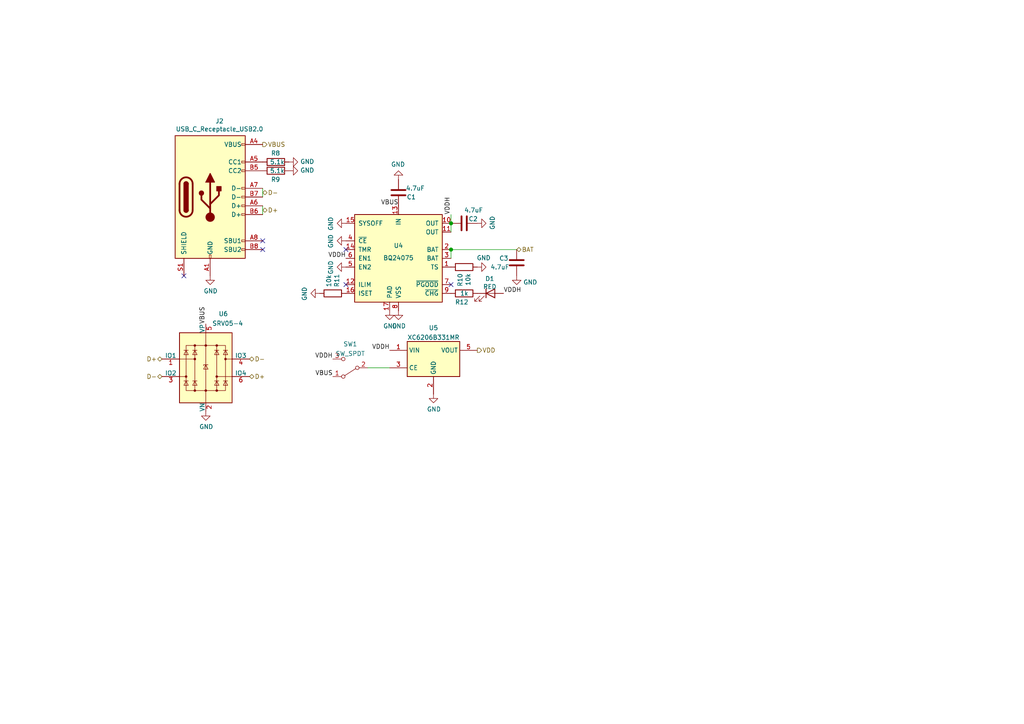
<source format=kicad_sch>
(kicad_sch (version 20210621) (generator eeschema)
  (paper "A4")
  (lib_symbols
    (symbol "Battery_Management:BQ24075" (pin_names (offset 1.016))
      (property "Reference" "U" (at -5.08 15.875 0))
      (property "Value" "BQ24075" (at -5.08 13.97 0))
      (symbol "BQ24075_0_1"
        (rectangle (start -12.7 12.7) (end 12.7 -12.7) (stroke (width 0.254)) (fill (type background)))
      )
      (symbol "BQ24075_1_1"
        (pin passive line (at 15.24 -2.54 180) (length 2.54) (name "TS") (number "1"))
        (pin power_out line (at 15.24 10.16 180) (length 2.54) (name "OUT") (number "10"))
        (pin power_out line (at 15.24 7.62 180) (length 2.54) (name "OUT") (number "11"))
        (pin passive line (at -15.24 -7.62 0) (length 2.54) (name "ILIM") (number "12"))
        (pin power_in line (at 0 15.24 270) (length 2.54) (name "IN") (number "13"))
        (pin input line (at -15.24 2.54 0) (length 2.54) (name "TMR") (number "14"))
        (pin input line (at -15.24 10.16 0) (length 2.54) (name "SYSOFF") (number "15"))
        (pin passive line (at -15.24 -10.16 0) (length 2.54) (name "ISET") (number "16"))
        (pin power_in line (at -2.54 -15.24 90) (length 2.54) (name "PAD") (number "17"))
        (pin power_out line (at 15.24 2.54 180) (length 2.54) (name "BAT") (number "2"))
        (pin power_out line (at 15.24 0 180) (length 2.54) (name "BAT") (number "3"))
        (pin input line (at -15.24 5.08 0) (length 2.54) (name "~{CE}") (number "4"))
        (pin input line (at -15.24 -2.54 0) (length 2.54) (name "EN2") (number "5"))
        (pin input line (at -15.24 0 0) (length 2.54) (name "EN1") (number "6"))
        (pin open_collector line (at 15.24 -7.62 180) (length 2.54) (name "~{PGOOD}") (number "7"))
        (pin power_in line (at 0 -15.24 90) (length 2.54) (name "VSS") (number "8"))
        (pin open_collector line (at 15.24 -10.16 180) (length 2.54) (name "~{CHG}") (number "9"))
      )
    )
    (symbol "Connector:USB_C_Receptacle_USB2.0" (pin_names (offset 1.016))
      (property "Reference" "J" (at -10.16 19.05 0))
      (property "Value" "USB_C_Receptacle_USB2.0" (at 19.05 19.05 0))
      (symbol "USB_C_Receptacle_USB2.0_0_0"
        (rectangle (start -0.254 -17.78) (end 0.254 -16.764))
        (rectangle (start 10.16 -14.986) (end 9.144 -15.494))
        (rectangle (start 10.16 -12.446) (end 9.144 -12.954))
        (rectangle (start 10.16 -4.826) (end 9.144 -5.334))
        (rectangle (start 10.16 -2.286) (end 9.144 -2.794))
        (rectangle (start 10.16 0.254) (end 9.144 -0.254))
        (rectangle (start 10.16 2.794) (end 9.144 2.286))
        (rectangle (start 10.16 7.874) (end 9.144 7.366))
        (rectangle (start 10.16 10.414) (end 9.144 9.906))
        (rectangle (start 10.16 15.494) (end 9.144 14.986))
      )
      (symbol "USB_C_Receptacle_USB2.0_0_1"
        (arc (start -8.89 -3.81) (end -5.08 -3.81) (radius (at -6.985 -3.81) (length 1.905) (angles -179.9 -0.1)) (stroke (width 0.508)))
        (arc (start -7.62 -3.81) (end -6.35 -3.81) (radius (at -6.985 -3.81) (length 0.635) (angles -179.9 -0.1)) (stroke (width 0.254)))
        (arc (start -6.35 3.81) (end -7.62 3.81) (radius (at -6.985 3.81) (length 0.635) (angles 0.1 179.9)) (stroke (width 0.254)))
        (arc (start -5.08 3.81) (end -8.89 3.81) (radius (at -6.985 3.81) (length 1.905) (angles 0.1 179.9)) (stroke (width 0.508)))
        (arc (start -7.62 -3.81) (end -6.35 -3.81) (radius (at -6.985 -3.81) (length 0.635) (angles -179.9 -0.1)) (stroke (width 0.254)) (fill (type outline)))
        (arc (start -6.35 3.81) (end -7.62 3.81) (radius (at -6.985 3.81) (length 0.635) (angles 0.1 179.9)) (stroke (width 0.254)) (fill (type outline)))
        (circle (center -2.54 1.143) (radius 0.635) (stroke (width 0.254)) (fill (type outline)))
        (circle (center 0 -5.842) (radius 1.27) (fill (type outline)))
        (rectangle (start -7.62 -3.81) (end -6.35 3.81) (stroke (width 0.254)) (fill (type outline)))
        (rectangle (start 1.905 1.778) (end 3.175 3.048) (stroke (width 0.254)) (fill (type outline)))
        (rectangle (start -10.16 17.78) (end 10.16 -17.78) (stroke (width 0.254)) (fill (type background)))
        (polyline (pts (xy -8.89 -3.81) (xy -8.89 3.81)) (stroke (width 0.508)))
        (polyline (pts (xy -5.08 3.81) (xy -5.08 -3.81)) (stroke (width 0.508)))
        (polyline (pts (xy 0 -5.842) (xy 0 4.318)) (stroke (width 0.508)))
        (polyline (pts (xy 0 -3.302) (xy -2.54 -0.762) (xy -2.54 0.508)) (stroke (width 0.508)))
        (polyline (pts (xy 0 -2.032) (xy 2.54 0.508) (xy 2.54 1.778)) (stroke (width 0.508)))
        (polyline (pts (xy -1.27 4.318) (xy 0 6.858) (xy 1.27 4.318) (xy -1.27 4.318)) (stroke (width 0.254)) (fill (type outline)))
      )
      (symbol "USB_C_Receptacle_USB2.0_1_1"
        (pin passive line (at 0 -22.86 90) (length 5.08) (name "GND") (number "A1"))
        (pin passive line (at 0 -22.86 90) (length 5.08) hide (name "GND") (number "A12"))
        (pin passive line (at 15.24 15.24 180) (length 5.08) (name "VBUS") (number "A4"))
        (pin bidirectional line (at 15.24 10.16 180) (length 5.08) (name "CC1") (number "A5"))
        (pin bidirectional line (at 15.24 -2.54 180) (length 5.08) (name "D+") (number "A6"))
        (pin bidirectional line (at 15.24 2.54 180) (length 5.08) (name "D-") (number "A7"))
        (pin bidirectional line (at 15.24 -12.7 180) (length 5.08) (name "SBU1") (number "A8"))
        (pin passive line (at 15.24 15.24 180) (length 5.08) hide (name "VBUS") (number "A9"))
        (pin passive line (at 0 -22.86 90) (length 5.08) hide (name "GND") (number "B1"))
        (pin passive line (at 0 -22.86 90) (length 5.08) hide (name "GND") (number "B12"))
        (pin passive line (at 15.24 15.24 180) (length 5.08) hide (name "VBUS") (number "B4"))
        (pin bidirectional line (at 15.24 7.62 180) (length 5.08) (name "CC2") (number "B5"))
        (pin bidirectional line (at 15.24 -5.08 180) (length 5.08) (name "D+") (number "B6"))
        (pin bidirectional line (at 15.24 0 180) (length 5.08) (name "D-") (number "B7"))
        (pin bidirectional line (at 15.24 -15.24 180) (length 5.08) (name "SBU2") (number "B8"))
        (pin passive line (at 15.24 15.24 180) (length 5.08) hide (name "VBUS") (number "B9"))
        (pin passive line (at -7.62 -22.86 90) (length 5.08) (name "SHIELD") (number "S1"))
      )
    )
    (symbol "Device:C" (pin_numbers hide) (pin_names (offset 0.254))
      (property "Reference" "C" (at 0.635 2.54 0))
      (property "Value" "C" (at 0.635 -2.54 0))
      (symbol "C_0_1"
        (polyline (pts (xy -2.032 -0.762) (xy 2.032 -0.762)) (stroke (width 0.508)))
        (polyline (pts (xy -2.032 0.762) (xy 2.032 0.762)) (stroke (width 0.508)))
      )
      (symbol "C_1_1"
        (pin passive line (at 0 3.81 270) (length 2.794) (name "~") (number "1"))
        (pin passive line (at 0 -3.81 90) (length 2.794) (name "~") (number "2"))
      )
    )
    (symbol "Device:LED" (pin_numbers hide) (pin_names (offset 1.016) hide)
      (property "Reference" "D" (at 0 2.54 0))
      (property "Value" "LED" (at 0 -2.54 0))
      (symbol "LED_0_1"
        (polyline (pts (xy -1.27 -1.27) (xy -1.27 1.27)) (stroke (width 0.254)))
        (polyline (pts (xy -1.27 0) (xy 1.27 0)))
        (polyline (pts (xy 1.27 -1.27) (xy 1.27 1.27) (xy -1.27 0) (xy 1.27 -1.27)) (stroke (width 0.254)))
        (polyline (pts (xy -3.048 -0.762) (xy -4.572 -2.286) (xy -3.81 -2.286) (xy -4.572 -2.286) (xy -4.572 -1.524)))
        (polyline (pts (xy -1.778 -0.762) (xy -3.302 -2.286) (xy -2.54 -2.286) (xy -3.302 -2.286) (xy -3.302 -1.524)))
      )
      (symbol "LED_1_1"
        (pin passive line (at -3.81 0 0) (length 2.54) (name "K") (number "1"))
        (pin passive line (at 3.81 0 180) (length 2.54) (name "A") (number "2"))
      )
    )
    (symbol "Device:R" (pin_numbers hide) (pin_names (offset 0))
      (property "Reference" "R" (at 2.032 0 90))
      (property "Value" "R" (at 0 0 90))
      (symbol "R_0_1"
        (rectangle (start -1.016 -2.54) (end 1.016 2.54) (stroke (width 0.254)))
      )
      (symbol "R_1_1"
        (pin passive line (at 0 3.81 270) (length 1.27) (name "~") (number "1"))
        (pin passive line (at 0 -3.81 90) (length 1.27) (name "~") (number "2"))
      )
    )
    (symbol "Power_Protection:SRV05-4" (pin_names (offset 0))
      (property "Reference" "U" (at -5.08 11.43 0))
      (property "Value" "SRV05-4" (at 2.54 11.43 0))
      (symbol "SRV05-4_0_0"
        (rectangle (start -5.715 6.477) (end 5.715 -6.604))
        (polyline (pts (xy -3.175 -6.604) (xy -3.175 6.477)))
        (polyline (pts (xy 3.175 6.477) (xy 3.175 -6.604)))
      )
      (symbol "SRV05-4_0_1"
        (circle (center -5.715 -2.54) (radius 0.2794) (fill (type outline)))
        (circle (center -3.175 -6.604) (radius 0.2794) (fill (type outline)))
        (circle (center -3.175 2.54) (radius 0.2794) (fill (type outline)))
        (circle (center -3.175 6.477) (radius 0.2794) (fill (type outline)))
        (circle (center 0 -6.604) (radius 0.2794) (fill (type outline)))
        (circle (center 0 6.477) (radius 0.2794) (fill (type outline)))
        (circle (center 3.175 -6.604) (radius 0.2794) (fill (type outline)))
        (circle (center 3.175 -2.54) (radius 0.2794) (fill (type outline)))
        (circle (center 3.175 6.477) (radius 0.2794) (fill (type outline)))
        (circle (center 5.715 2.54) (radius 0.2794) (fill (type outline)))
        (rectangle (start -7.62 10.16) (end 7.62 -10.16) (stroke (width 0.254)) (fill (type background)))
        (polyline (pts (xy -7.747 2.54) (xy -3.175 2.54)))
        (polyline (pts (xy -7.62 -2.54) (xy -5.715 -2.54)))
        (polyline (pts (xy -5.08 -3.81) (xy -6.35 -3.81)))
        (polyline (pts (xy -5.08 5.08) (xy -6.35 5.08)))
        (polyline (pts (xy -2.54 -3.81) (xy -3.81 -3.81)))
        (polyline (pts (xy -2.54 5.08) (xy -3.81 5.08)))
        (polyline (pts (xy 0 10.16) (xy 0 -10.16)))
        (polyline (pts (xy 3.81 -3.81) (xy 2.54 -3.81)))
        (polyline (pts (xy 3.81 5.08) (xy 2.54 5.08)))
        (polyline (pts (xy 6.35 -3.81) (xy 5.08 -3.81)))
        (polyline (pts (xy 6.35 5.08) (xy 5.08 5.08)))
        (polyline (pts (xy 7.62 -2.54) (xy 3.175 -2.54)))
        (polyline (pts (xy 7.62 2.54) (xy 5.715 2.54)))
        (polyline (pts (xy 0.635 0.889) (xy -0.635 0.889) (xy -0.635 0.635)))
        (polyline (pts (xy -5.08 -5.08) (xy -6.35 -5.08) (xy -5.715 -3.81) (xy -5.08 -5.08)))
        (polyline (pts (xy -5.08 3.81) (xy -6.35 3.81) (xy -5.715 5.08) (xy -5.08 3.81)))
        (polyline (pts (xy -2.54 -5.08) (xy -3.81 -5.08) (xy -3.175 -3.81) (xy -2.54 -5.08)))
        (polyline (pts (xy -2.54 3.81) (xy -3.81 3.81) (xy -3.175 5.08) (xy -2.54 3.81)))
        (polyline (pts (xy 0.635 -0.381) (xy -0.635 -0.381) (xy 0 0.889) (xy 0.635 -0.381)))
        (polyline (pts (xy 3.81 -5.08) (xy 2.54 -5.08) (xy 3.175 -3.81) (xy 3.81 -5.08)))
        (polyline (pts (xy 3.81 3.81) (xy 2.54 3.81) (xy 3.175 5.08) (xy 3.81 3.81)))
        (polyline (pts (xy 6.35 -5.08) (xy 5.08 -5.08) (xy 5.715 -3.81) (xy 6.35 -5.08)))
        (polyline (pts (xy 6.35 3.81) (xy 5.08 3.81) (xy 5.715 5.08) (xy 6.35 3.81)))
      )
      (symbol "SRV05-4_1_1"
        (pin passive line (at -12.7 2.54 0) (length 5.08) (name "IO1") (number "1"))
        (pin passive line (at 0 -12.7 90) (length 2.54) (name "VN") (number "2"))
        (pin passive line (at -12.7 -2.54 0) (length 5.08) (name "IO2") (number "3"))
        (pin passive line (at 12.7 2.54 180) (length 5.08) (name "IO3") (number "4"))
        (pin passive line (at 0 12.7 270) (length 2.54) (name "VP") (number "5"))
        (pin passive line (at 12.7 -2.54 180) (length 5.08) (name "IO4") (number "6"))
      )
    )
    (symbol "Regulator_Linear:XC6220B331MR"
      (property "Reference" "U" (at 0 8.89 0))
      (property "Value" "XC6220B331MR" (at 0 6.35 0))
      (symbol "XC6220B331MR_0_1"
        (rectangle (start -7.62 5.08) (end 7.62 -5.08) (stroke (width 0.254)) (fill (type background)))
      )
      (symbol "XC6220B331MR_1_1"
        (pin power_in line (at -12.7 2.54 0) (length 5.08) (name "VIN") (number "1"))
        (pin power_in line (at 0 -10.16 90) (length 5.08) (name "GND") (number "2"))
        (pin input line (at -12.7 -2.54 0) (length 5.08) (name "CE") (number "3"))
        (pin no_connect line (at 7.62 -2.54 180) (length 5.08) hide (name "NC") (number "4"))
        (pin power_out line (at 12.7 2.54 180) (length 5.08) (name "VOUT") (number "5"))
      )
    )
    (symbol "Switch:SW_SPDT" (pin_names (offset 0) hide)
      (property "Reference" "SW" (at 0 4.318 0))
      (property "Value" "SW_SPDT" (at 0 -5.08 0))
      (symbol "SW_SPDT_0_0"
        (circle (center -2.032 0) (radius 0.508))
        (circle (center 2.032 -2.54) (radius 0.508))
      )
      (symbol "SW_SPDT_0_1"
        (circle (center 2.032 2.54) (radius 0.508))
        (polyline (pts (xy -1.524 0.254) (xy 1.651 2.286)))
      )
      (symbol "SW_SPDT_1_1"
        (pin passive line (at 5.08 2.54 180) (length 2.54) (name "A") (number "1"))
        (pin passive line (at -5.08 0 0) (length 2.54) (name "B") (number "2"))
        (pin passive line (at 5.08 -2.54 180) (length 2.54) (name "C") (number "3"))
      )
    )
    (symbol "power:GND" (power) (pin_names (offset 0))
      (property "Value" "GND" (at 0 -3.81 0))
      (symbol "GND_0_1"
        (polyline (pts (xy 0 0) (xy 0 -1.27) (xy 1.27 -1.27) (xy 0 -2.54) (xy -1.27 -1.27) (xy 0 -1.27)))
      )
      (symbol "GND_1_1"
        (pin power_in line (at 0 0 270) (length 0) hide (name "GND") (number "1"))
      )
    )
  )
  (junction (at 130.81 64.77) (diameter 1.016))
  (junction (at 130.81 72.39) (diameter 1.016))
  (no_connect (at 53.34 80.01))
  (no_connect (at 76.2 69.85))
  (no_connect (at 76.2 72.39))
  (no_connect (at 100.33 72.39))
  (no_connect (at 100.33 82.55))
  (no_connect (at 130.81 82.55))
  (wire (pts (xy 76.2 54.61) (xy 76.2 57.15)))
  (wire (pts (xy 76.2 59.69) (xy 76.2 62.23)))
  (wire (pts (xy 106.68 106.68) (xy 113.03 106.68)))
  (wire (pts (xy 130.81 62.23) (xy 130.81 64.77)))
  (wire (pts (xy 130.81 64.77) (xy 130.81 67.31)))
  (wire (pts (xy 130.81 72.39) (xy 130.81 74.93)))
  (wire (pts (xy 130.81 72.39) (xy 149.86 72.39)))
  (label "VBUS" (at 59.69 93.98 90))
  (label "VDDH" (at 96.52 104.14 180))
  (label "VBUS" (at 96.52 109.22 180))
  (label "VDDH" (at 100.33 74.93 180))
  (label "VDDH" (at 113.03 101.6 180))
  (label "VBUS" (at 115.57 59.69 180))
  (label "VDDH" (at 130.81 62.23 90))
  (label "VDDH" (at 146.05 85.09 0))
  (hierarchical_label "D+" (shape bidirectional) (at 46.99 104.14 180))
  (hierarchical_label "D-" (shape bidirectional) (at 46.99 109.22 180))
  (hierarchical_label "D-" (shape bidirectional) (at 72.39 104.14 0))
  (hierarchical_label "D+" (shape bidirectional) (at 72.39 109.22 0))
  (hierarchical_label "VBUS" (shape output) (at 76.2 41.91 0))
  (hierarchical_label "D-" (shape bidirectional) (at 76.2 55.88 0))
  (hierarchical_label "D+" (shape bidirectional) (at 76.2 60.96 0))
  (hierarchical_label "VDD" (shape output) (at 138.43 101.6 0))
  (hierarchical_label "BAT" (shape bidirectional) (at 149.86 72.39 0))
  (symbol (lib_id "power:GND") (at 59.69 119.38 0) (unit 1)
    (property "Reference" "#PWR033" (effects hide))
    (property "Value" "GND" (at 59.817 123.7742 0))
  )
  (symbol (lib_id "power:GND") (at 60.96 80.01 0) (unit 1)
    (property "Reference" "#PWR027" (effects hide))
    (property "Value" "GND" (at 61.087 84.4042 0))
  )
  (symbol (lib_id "power:GND") (at 83.82 46.99 90) (unit 1)
    (property "Reference" "#PWR019" (effects hide))
    (property "Value" "GND" (at 87.0712 46.863 90) (effects (justify right)))
  )
  (symbol (lib_id "power:GND") (at 83.82 49.53 90) (unit 1)
    (property "Reference" "#PWR020" (effects hide))
    (property "Value" "GND" (at 87.0712 49.403 90) (effects (justify right)))
  )
  (symbol (lib_id "power:GND") (at 92.71 85.09 270) (unit 1)
    (property "Reference" "#PWR029" (effects hide))
    (property "Value" "GND" (at 88.3158 85.217 0))
  )
  (symbol (lib_id "power:GND") (at 100.33 64.77 270) (unit 1)
    (property "Reference" "#PWR022" (effects hide))
    (property "Value" "GND" (at 95.9358 64.897 0))
  )
  (symbol (lib_id "power:GND") (at 100.33 69.85 270) (unit 1)
    (property "Reference" "#PWR024" (effects hide))
    (property "Value" "GND" (at 95.9358 69.977 0))
  )
  (symbol (lib_id "power:GND") (at 100.33 77.47 270) (unit 1)
    (property "Reference" "#PWR025" (effects hide))
    (property "Value" "GND" (at 95.9358 77.597 0))
  )
  (symbol (lib_id "power:GND") (at 113.03 90.17 0) (unit 1)
    (property "Reference" "#PWR030" (effects hide))
    (property "Value" "GND" (at 113.157 94.5642 0))
  )
  (symbol (lib_id "power:GND") (at 115.57 52.07 180) (unit 1)
    (property "Reference" "#PWR021" (effects hide))
    (property "Value" "GND" (at 115.443 47.6758 0))
  )
  (symbol (lib_id "power:GND") (at 115.57 90.17 0) (unit 1)
    (property "Reference" "#PWR031" (effects hide))
    (property "Value" "GND" (at 115.697 94.5642 0))
  )
  (symbol (lib_id "power:GND") (at 125.73 114.3 0) (unit 1)
    (property "Reference" "#PWR032" (effects hide))
    (property "Value" "GND" (at 125.857 118.6942 0))
  )
  (symbol (lib_id "power:GND") (at 138.43 64.77 90) (unit 1)
    (property "Reference" "#PWR023" (effects hide))
    (property "Value" "GND" (at 142.8242 64.643 0))
  )
  (symbol (lib_id "power:GND") (at 138.43 77.47 90) (unit 1)
    (property "Reference" "#PWR026" (effects hide))
    (property "Value" "GND" (at 140.2842 74.803 90))
  )
  (symbol (lib_id "power:GND") (at 149.86 80.01 0) (unit 1)
    (property "Reference" "#PWR028" (effects hide))
    (property "Value" "GND" (at 153.797 81.8642 0))
  )
  (symbol (lib_id "Device:R") (at 80.01 46.99 270) (unit 1)
    (property "Reference" "R8" (at 81.28 44.45 90) (effects (justify right)))
    (property "Value" "5.1k" (at 82.55 46.99 90) (effects (justify right)))
    (property "Footprint" "Resistor_SMD:R_0603_1608Metric" (effects hide))
  )
  (symbol (lib_id "Device:R") (at 80.01 49.53 270) (unit 1)
    (property "Reference" "R9" (at 81.28 52.07 90) (effects (justify right)))
    (property "Value" "5.1k" (at 82.55 49.53 90) (effects (justify right)))
    (property "Footprint" "Resistor_SMD:R_0603_1608Metric" (effects hide))
  )
  (symbol (lib_id "Device:R") (at 96.52 85.09 270) (mirror x) (unit 1)
    (property "Reference" "R11" (at 97.6884 83.312 0) (effects (justify left)))
    (property "Value" "10k" (at 95.377 83.312 0) (effects (justify left)))
    (property "Footprint" "Resistor_SMD:R_0603_1608Metric" (effects hide))
  )
  (symbol (lib_id "Device:R") (at 134.62 77.47 90) (mirror x) (unit 1)
    (property "Reference" "R10" (at 133.4516 79.248 0) (effects (justify left)))
    (property "Value" "10k" (at 135.763 79.248 0) (effects (justify left)))
    (property "Footprint" "Resistor_SMD:R_0603_1608Metric" (effects hide))
  )
  (symbol (lib_id "Device:R") (at 134.62 85.09 90) (unit 1)
    (property "Reference" "R12" (at 135.89 87.63 90) (effects (justify left)))
    (property "Value" "1k" (at 135.89 85.09 90) (effects (justify left)))
    (property "Footprint" "Resistor_SMD:R_0603_1608Metric" (effects hide))
  )
  (symbol (lib_id "Device:LED") (at 142.24 85.09 0) (unit 1)
    (property "Reference" "D1" (at 142.0622 80.8482 0))
    (property "Value" "RED" (at 142.0622 83.1596 0))
    (property "Footprint" "LED_SMD:LED_0805_2012Metric" (effects hide))
  )
  (symbol (lib_id "Device:C") (at 115.57 55.88 180) (unit 1)
    (property "Reference" "C1" (at 120.65 57.15 0) (effects (justify left)))
    (property "Value" "4.7uF" (at 123.19 54.61 0) (effects (justify left)))
    (property "Footprint" "Capacitor_SMD:C_0603_1608Metric" (effects hide))
  )
  (symbol (lib_id "Device:C") (at 134.62 64.77 270) (unit 1)
    (property "Reference" "C2" (at 135.89 63.5 90) (effects (justify left)))
    (property "Value" "4.7uF" (at 134.62 60.96 90) (effects (justify left)))
    (property "Footprint" "Capacitor_SMD:C_0603_1608Metric" (effects hide))
  )
  (symbol (lib_id "Device:C") (at 149.86 76.2 0) (unit 1)
    (property "Reference" "C3" (at 144.78 74.93 0) (effects (justify left)))
    (property "Value" "4.7uF" (at 142.24 77.47 0) (effects (justify left)))
    (property "Footprint" "Capacitor_SMD:C_0603_1608Metric" (effects hide))
  )
  (symbol (lib_id "Switch:SW_SPDT") (at 101.6 106.68 180) (unit 1)
    (property "Reference" "SW1" (at 101.6 99.7924 0))
    (property "Value" "SW_SPDT" (at 101.6 102.5675 0))
    (property "Footprint" "Button_Switch_SMD:SW_SPDT_PCM12" (effects hide))
  )
  (symbol (lib_id "Regulator_Linear:XC6220B331MR") (at 125.73 104.14 0) (unit 1)
    (property "Reference" "U5" (at 125.73 95.0934 0))
    (property "Value" "XC6206B331MR" (at 125.73 97.8685 0))
    (property "Footprint" "Package_TO_SOT_SMD:SOT-23-5" (effects hide))
    (property "Datasheet" "https://www.torexsemi.com/file/xc6220/XC6220.pdf" (effects hide))
  )
  (symbol (lib_id "Power_Protection:SRV05-4") (at 59.69 106.68 0) (unit 1)
    (property "Reference" "U6" (at 64.77 91.0294 0))
    (property "Value" "SRV05-4" (at 66.04 93.8045 0))
    (property "Footprint" "Package_TO_SOT_SMD:SOT-23-6" (effects hide))
    (property "Datasheet" "http://www.onsemi.com/pub/Collateral/SRV05-4-D.PDF" (effects hide))
  )
  (symbol (lib_id "Battery_Management:BQ24075") (at 115.57 74.93 0) (unit 1)
    (property "Reference" "U4" (at 115.57 71.2428 0))
    (property "Value" "BQ24075" (at 115.57 74.8115 0))
    (property "Footprint" "Package_DFN_QFN:VQFN-16-1EP_3x3mm_P0.5mm_EP1.68x1.68mm_ThermalVias" (effects hide))
    (property "Datasheet" "http://www.ti.com/lit/ds/symlink/bq24075.pdf" (effects hide))
  )
  (symbol (lib_id "Connector:USB_C_Receptacle_USB2.0") (at 60.96 57.15 0) (unit 1)
    (property "Reference" "J2" (at 63.6778 35.1282 0))
    (property "Value" "USB_C_Receptacle_USB2.0" (at 63.6778 37.4396 0))
    (property "Footprint" "Connector_USB:USB_C_Receptacle_HRO_TYPE-C-31-M-12" (effects hide))
    (property "Datasheet" "https://www.usb.org/sites/default/files/documents/usb_type-c.zip" (effects hide))
  )
)
</source>
